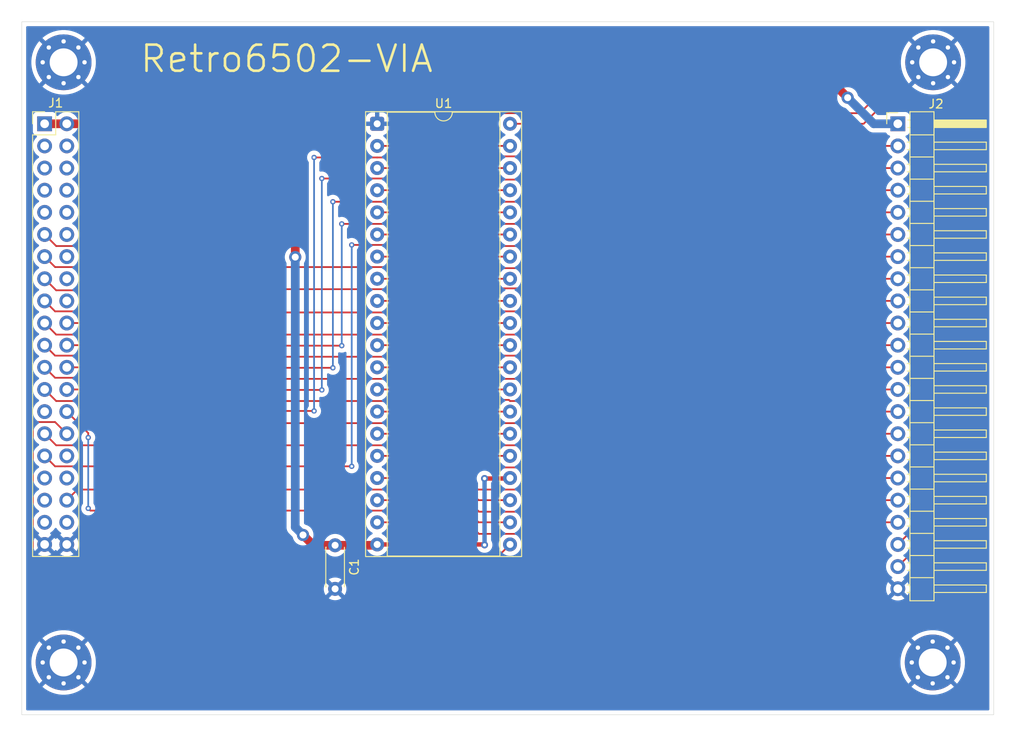
<source format=kicad_pcb>
(kicad_pcb (version 20241229) (generator "pcbnew") (generator_version "9.0")
  (layers (0 "F.Cu" signal) (2 "B.Cu" signal) (13 "F.Paste" user) (15 "B.Paste" user) (5 "F.SilkS" user "F.Silkscreen") (7 "B.SilkS" user "B.Silkscreen") (1 "F.Mask" user) (3 "B.Mask" user) (25 "Edge.Cuts" user))
  (net 0 "")
  (net 1 "VCC")
  (net 2 "/D7")
  (net 3 "/D6")
  (net 4 "/D5")
  (net 5 "/D4")
  (net 6 "/D3")
  (net 7 "/D2")
  (net 8 "/A2")
  (net 9 "/D1")
  (net 10 "/A1")
  (net 11 "/D0")
  (net 12 "/A0")
  (net 13 "/R{slash}~{W}")
  (net 14 "/~{IRQ}")
  (net 15 "/~{RESET}")
  (net 16 "/~{IOCS3}")
  (net 17 "/A3")
  (net 18 "GND")
  (net 19 "/1MHz")
  (net 39 "/PA2")
  (net 40 "/PB1")
  (net 41 "/PB6")
  (net 42 "/CA1")
  (net 43 "/PB7")
  (net 44 "/PA5")
  (net 45 "/CB1")
  (net 46 "/PA3")
  (net 47 "/PB3")
  (net 48 "/PB0")
  (net 49 "/PA7")
  (net 50 "/CB2")
  (net 51 "/PA0")
  (net 52 "/PA4")
  (net 53 "/PA1")
  (net 54 "/PB2")
  (net 55 "/CA2")
  (net 56 "/PB5")
  (net 57 "/PA6")
  (net 58 "/PB4")
  (footprint "MountingHole:MountingHole_3.2mm_M3_Pad_Via" (layer "F.Cu") (at 92.297056 64.647056)
    (property "Reference" "H1")
    (property "Value" "MountingHole_Pad")
    (pad "1" thru_hole circle (at -2.4 0) (size 0.8 0.8) (drill 0.5) (layers "*.Cu" "*.Mask") (net 18 "GND"))
    (pad "1" thru_hole circle (at -1.697056 -1.697056) (size 0.8 0.8) (drill 0.5) (layers "*.Cu" "*.Mask") (net 18 "GND"))
    (pad "1" thru_hole circle (at -1.697056 1.697056) (size 0.8 0.8) (drill 0.5) (layers "*.Cu" "*.Mask") (net 18 "GND"))
    (pad "1" thru_hole circle (at 0 -2.4) (size 0.8 0.8) (drill 0.5) (layers "*.Cu" "*.Mask") (net 18 "GND"))
    (pad "1" thru_hole circle (at 0 0) (size 6.4 6.4) (drill 3.2) (layers "*.Cu" "*.Mask") (net 18 "GND"))
    (pad "1" thru_hole circle (at 0 2.4) (size 0.8 0.8) (drill 0.5) (layers "*.Cu" "*.Mask") (net 18 "GND"))
    (pad "1" thru_hole circle (at 1.697056 -1.697056) (size 0.8 0.8) (drill 0.5) (layers "*.Cu" "*.Mask") (net 18 "GND"))
    (pad "1" thru_hole circle (at 1.697056 1.697056) (size 0.8 0.8) (drill 0.5) (layers "*.Cu" "*.Mask") (net 18 "GND"))
    (pad "1" thru_hole circle (at 2.4 0) (size 0.8 0.8) (drill 0.5) (layers "*.Cu" "*.Mask") (net 18 "GND"))
  )
  (footprint "Connector_PinHeader_2.54mm:PinHeader_2x20_P2.54mm_Vertical" (layer "F.Cu") (at 90.12 71.7)
    (property "Reference" "J1" (at 1.27 -2.38 0) (layer "F.SilkS"))
    (property "Value" "BUS")
    (pad "1" thru_hole rect (at 0 0) (size 1.7 1.7) (drill 1) (layers "*.Cu" "*.Mask") (net 1 "VCC"))
    (pad "2" thru_hole circle (at 2.54 0) (size 1.7 1.7) (drill 1) (layers "*.Cu" "*.Mask") (net 1 "VCC"))
    (pad "3" thru_hole circle (at 0 2.54) (size 1.7 1.7) (drill 1) (layers "*.Cu" "*.Mask"))
    (pad "4" thru_hole circle (at 2.54 2.54) (size 1.7 1.7) (drill 1) (layers "*.Cu" "*.Mask"))
    (pad "5" thru_hole circle (at 0 5.08) (size 1.7 1.7) (drill 1) (layers "*.Cu" "*.Mask"))
    (pad "6" thru_hole circle (at 2.54 5.08) (size 1.7 1.7) (drill 1) (layers "*.Cu" "*.Mask"))
    (pad "7" thru_hole circle (at 0 7.62) (size 1.7 1.7) (drill 1) (layers "*.Cu" "*.Mask"))
    (pad "8" thru_hole circle (at 2.54 7.62) (size 1.7 1.7) (drill 1) (layers "*.Cu" "*.Mask"))
    (pad "9" thru_hole circle (at 0 10.16) (size 1.7 1.7) (drill 1) (layers "*.Cu" "*.Mask"))
    (pad "10" thru_hole circle (at 2.54 10.16) (size 1.7 1.7) (drill 1) (layers "*.Cu" "*.Mask"))
    (pad "11" thru_hole circle (at 0 12.7) (size 1.7 1.7) (drill 1) (layers "*.Cu" "*.Mask") (net 2 "/D7"))
    (pad "12" thru_hole circle (at 2.54 12.7) (size 1.7 1.7) (drill 1) (layers "*.Cu" "*.Mask"))
    (pad "13" thru_hole circle (at 0 15.24) (size 1.7 1.7) (drill 1) (layers "*.Cu" "*.Mask") (net 3 "/D6"))
    (pad "14" thru_hole circle (at 2.54 15.24) (size 1.7 1.7) (drill 1) (layers "*.Cu" "*.Mask"))
    (pad "15" thru_hole circle (at 0 17.78) (size 1.7 1.7) (drill 1) (layers "*.Cu" "*.Mask") (net 4 "/D5"))
    (pad "16" thru_hole circle (at 2.54 17.78) (size 1.7 1.7) (drill 1) (layers "*.Cu" "*.Mask"))
    (pad "17" thru_hole circle (at 0 20.32) (size 1.7 1.7) (drill 1) (layers "*.Cu" "*.Mask") (net 5 "/D4"))
    (pad "18" thru_hole circle (at 2.54 20.32) (size 1.7 1.7) (drill 1) (layers "*.Cu" "*.Mask"))
    (pad "19" thru_hole circle (at 0 22.86) (size 1.7 1.7) (drill 1) (layers "*.Cu" "*.Mask") (net 6 "/D3"))
    (pad "20" thru_hole circle (at 2.54 22.86) (size 1.7 1.7) (drill 1) (layers "*.Cu" "*.Mask") (net 17 "/A3"))
    (pad "21" thru_hole circle (at 0 25.4) (size 1.7 1.7) (drill 1) (layers "*.Cu" "*.Mask") (net 7 "/D2"))
    (pad "22" thru_hole circle (at 2.54 25.4) (size 1.7 1.7) (drill 1) (layers "*.Cu" "*.Mask") (net 8 "/A2"))
    (pad "23" thru_hole circle (at 0 27.94) (size 1.7 1.7) (drill 1) (layers "*.Cu" "*.Mask") (net 9 "/D1"))
    (pad "24" thru_hole circle (at 2.54 27.94) (size 1.7 1.7) (drill 1) (layers "*.Cu" "*.Mask") (net 10 "/A1"))
    (pad "25" thru_hole circle (at 0 30.48) (size 1.7 1.7) (drill 1) (layers "*.Cu" "*.Mask") (net 11 "/D0"))
    (pad "26" thru_hole circle (at 2.54 30.48) (size 1.7 1.7) (drill 1) (layers "*.Cu" "*.Mask") (net 12 "/A0"))
    (pad "27" thru_hole circle (at 0 33.02) (size 1.7 1.7) (drill 1) (layers "*.Cu" "*.Mask"))
    (pad "28" thru_hole circle (at 2.54 33.02) (size 1.7 1.7) (drill 1) (layers "*.Cu" "*.Mask") (net 13 "/R{slash}~{W}"))
    (pad "29" thru_hole circle (at 0 35.56) (size 1.7 1.7) (drill 1) (layers "*.Cu" "*.Mask") (net 19 "/1MHz"))
    (pad "30" thru_hole circle (at 2.54 35.56) (size 1.7 1.7) (drill 1) (layers "*.Cu" "*.Mask") (net 14 "/~{IRQ}"))
    (pad "31" thru_hole circle (at 0 38.1) (size 1.7 1.7) (drill 1) (layers "*.Cu" "*.Mask") (net 15 "/~{RESET}"))
    (pad "32" thru_hole circle (at 2.54 38.1) (size 1.7 1.7) (drill 1) (layers "*.Cu" "*.Mask"))
    (pad "33" thru_hole circle (at 0 40.64) (size 1.7 1.7) (drill 1) (layers "*.Cu" "*.Mask"))
    (pad "34" thru_hole circle (at 2.54 40.64) (size 1.7 1.7) (drill 1) (layers "*.Cu" "*.Mask"))
    (pad "35" thru_hole circle (at 0 43.18) (size 1.7 1.7) (drill 1) (layers "*.Cu" "*.Mask"))
    (pad "36" thru_hole circle (at 2.54 43.18) (size 1.7 1.7) (drill 1) (layers "*.Cu" "*.Mask") (net 16 "/~{IOCS3}"))
    (pad "37" thru_hole circle (at 0 45.72) (size 1.7 1.7) (drill 1) (layers "*.Cu" "*.Mask"))
    (pad "38" thru_hole circle (at 2.54 45.72) (size 1.7 1.7) (drill 1) (layers "*.Cu" "*.Mask"))
    (pad "39" thru_hole circle (at 0 48.26) (size 1.7 1.7) (drill 1) (layers "*.Cu" "*.Mask") (net 18 "GND"))
    (pad "40" thru_hole circle (at 2.54 48.26) (size 1.7 1.7) (drill 1) (layers "*.Cu" "*.Mask") (net 18 "GND"))
  )
  (footprint "MountingHole:MountingHole_3.2mm_M3_Pad_Via" (layer "F.Cu") (at 192 133.5)
    (property "Reference" "H4")
    (property "Value" "MountingHole_Pad")
    (pad "1" thru_hole circle (at -2.4 0) (size 0.8 0.8) (drill 0.5) (layers "*.Cu" "*.Mask") (net 18 "GND"))
    (pad "1" thru_hole circle (at -1.697056 -1.697056) (size 0.8 0.8) (drill 0.5) (layers "*.Cu" "*.Mask") (net 18 "GND"))
    (pad "1" thru_hole circle (at -1.697056 1.697056) (size 0.8 0.8) (drill 0.5) (layers "*.Cu" "*.Mask") (net 18 "GND"))
    (pad "1" thru_hole circle (at 0 -2.4) (size 0.8 0.8) (drill 0.5) (layers "*.Cu" "*.Mask") (net 18 "GND"))
    (pad "1" thru_hole circle (at 0 0) (size 6.4 6.4) (drill 3.2) (layers "*.Cu" "*.Mask") (net 18 "GND"))
    (pad "1" thru_hole circle (at 0 2.4) (size 0.8 0.8) (drill 0.5) (layers "*.Cu" "*.Mask") (net 18 "GND"))
    (pad "1" thru_hole circle (at 1.697056 -1.697056) (size 0.8 0.8) (drill 0.5) (layers "*.Cu" "*.Mask") (net 18 "GND"))
    (pad "1" thru_hole circle (at 1.697056 1.697056) (size 0.8 0.8) (drill 0.5) (layers "*.Cu" "*.Mask") (net 18 "GND"))
    (pad "1" thru_hole circle (at 2.4 0) (size 0.8 0.8) (drill 0.5) (layers "*.Cu" "*.Mask") (net 18 "GND"))
  )
  (footprint "Connector_PinHeader_2.54mm:PinHeader_1x22_P2.54mm_Horizontal" (layer "F.Cu") (at 188 71.7)
    (property "Reference" "J2" (at 4.385 -2.27 0) (layer "F.SilkS"))
    (property "Value" "Conn_01x20")
    (pad "1" thru_hole rect (at 0 0) (size 1.7 1.7) (drill 1) (layers "*.Cu" "*.Mask") (net 1 "VCC"))
    (pad "2" thru_hole circle (at 0 2.54) (size 1.7 1.7) (drill 1) (layers "*.Cu" "*.Mask") (net 51 "/PA0"))
    (pad "3" thru_hole circle (at 0 5.08) (size 1.7 1.7) (drill 1) (layers "*.Cu" "*.Mask") (net 53 "/PA1"))
    (pad "4" thru_hole circle (at 0 7.62) (size 1.7 1.7) (drill 1) (layers "*.Cu" "*.Mask") (net 39 "/PA2"))
    (pad "5" thru_hole circle (at 0 10.16) (size 1.7 1.7) (drill 1) (layers "*.Cu" "*.Mask") (net 46 "/PA3"))
    (pad "6" thru_hole circle (at 0 12.7) (size 1.7 1.7) (drill 1) (layers "*.Cu" "*.Mask") (net 52 "/PA4"))
    (pad "7" thru_hole circle (at 0 15.24) (size 1.7 1.7) (drill 1) (layers "*.Cu" "*.Mask") (net 44 "/PA5"))
    (pad "8" thru_hole circle (at 0 17.78) (size 1.7 1.7) (drill 1) (layers "*.Cu" "*.Mask") (net 57 "/PA6"))
    (pad "9" thru_hole circle (at 0 20.32) (size 1.7 1.7) (drill 1) (layers "*.Cu" "*.Mask") (net 49 "/PA7"))
    (pad "10" thru_hole circle (at 0 22.86) (size 1.7 1.7) (drill 1) (layers "*.Cu" "*.Mask") (net 48 "/PB0"))
    (pad "11" thru_hole circle (at 0 25.4) (size 1.7 1.7) (drill 1) (layers "*.Cu" "*.Mask") (net 40 "/PB1"))
    (pad "12" thru_hole circle (at 0 27.94) (size 1.7 1.7) (drill 1) (layers "*.Cu" "*.Mask") (net 54 "/PB2"))
    (pad "13" thru_hole circle (at 0 30.48) (size 1.7 1.7) (drill 1) (layers "*.Cu" "*.Mask") (net 47 "/PB3"))
    (pad "14" thru_hole circle (at 0 33.02) (size 1.7 1.7) (drill 1) (layers "*.Cu" "*.Mask") (net 58 "/PB4"))
    (pad "15" thru_hole circle (at 0 35.56) (size 1.7 1.7) (drill 1) (layers "*.Cu" "*.Mask") (net 56 "/PB5"))
    (pad "16" thru_hole circle (at 0 38.1) (size 1.7 1.7) (drill 1) (layers "*.Cu" "*.Mask") (net 41 "/PB6"))
    (pad "17" thru_hole circle (at 0 40.64) (size 1.7 1.7) (drill 1) (layers "*.Cu" "*.Mask") (net 43 "/PB7"))
    (pad "18" thru_hole circle (at 0 43.18) (size 1.7 1.7) (drill 1) (layers "*.Cu" "*.Mask") (net 45 "/CB1"))
    (pad "19" thru_hole circle (at 0 45.72) (size 1.7 1.7) (drill 1) (layers "*.Cu" "*.Mask") (net 50 "/CB2"))
    (pad "20" thru_hole circle (at 0 48.26) (size 1.7 1.7) (drill 1) (layers "*.Cu" "*.Mask") (net 42 "/CA1"))
    (pad "21" thru_hole circle (at 0 50.8) (size 1.7 1.7) (drill 1) (layers "*.Cu" "*.Mask") (net 55 "/CA2"))
    (pad "22" thru_hole circle (at 0 53.34) (size 1.7 1.7) (drill 1) (layers "*.Cu" "*.Mask") (net 18 "GND"))
  )
  (footprint "Capacitor_THT:C_Disc_D4.3mm_W1.9mm_P5.00mm" (layer "F.Cu") (at 123.444 120.055 -90)
    (property "Reference" "C1" (at 2.5 -2.2 90) (layer "F.SilkS"))
    (property "Value" "100n")
    (pad "1" thru_hole circle (at 0 0 270) (size 1.6 1.6) (drill 0.8) (layers "*.Cu" "*.Mask") (net 1 "VCC"))
    (pad "2" thru_hole circle (at 5 0 270) (size 1.6 1.6) (drill 0.8) (layers "*.Cu" "*.Mask") (net 18 "GND"))
  )
  (footprint "MountingHole:MountingHole_3.2mm_M3_Pad_Via" (layer "F.Cu") (at 92.297056 133.5)
    (property "Reference" "H3")
    (property "Value" "MountingHole_Pad")
    (pad "1" thru_hole circle (at -2.4 0) (size 0.8 0.8) (drill 0.5) (layers "*.Cu" "*.Mask") (net 18 "GND"))
    (pad "1" thru_hole circle (at -1.697056 -1.697056) (size 0.8 0.8) (drill 0.5) (layers "*.Cu" "*.Mask") (net 18 "GND"))
    (pad "1" thru_hole circle (at -1.697056 1.697056) (size 0.8 0.8) (drill 0.5) (layers "*.Cu" "*.Mask") (net 18 "GND"))
    (pad "1" thru_hole circle (at 0 -2.4) (size 0.8 0.8) (drill 0.5) (layers "*.Cu" "*.Mask") (net 18 "GND"))
    (pad "1" thru_hole circle (at 0 0) (size 6.4 6.4) (drill 3.2) (layers "*.Cu" "*.Mask") (net 18 "GND"))
    (pad "1" thru_hole circle (at 0 2.4) (size 0.8 0.8) (drill 0.5) (layers "*.Cu" "*.Mask") (net 18 "GND"))
    (pad "1" thru_hole circle (at 1.697056 -1.697056) (size 0.8 0.8) (drill 0.5) (layers "*.Cu" "*.Mask") (net 18 "GND"))
    (pad "1" thru_hole circle (at 1.697056 1.697056) (size 0.8 0.8) (drill 0.5) (layers "*.Cu" "*.Mask") (net 18 "GND"))
    (pad "1" thru_hole circle (at 2.4 0) (size 0.8 0.8) (drill 0.5) (layers "*.Cu" "*.Mask") (net 18 "GND"))
  )
  (footprint "Package_DIP:DIP-40_W15.24mm_Socket" (layer "F.Cu") (at 128.27 71.7)
    (property "Reference" "U1" (at 7.62 -2.33 0) (layer "F.SilkS"))
    (property "Value" "6522")
    (pad "1" thru_hole roundrect (at 0 0) (size 1.6 1.6) (drill 0.8) (layers "*.Cu" "*.Mask") (roundrect_rratio 0.15625) (net 18 "GND"))
    (pad "2" thru_hole circle (at 0 2.54) (size 1.6 1.6) (drill 0.8) (layers "*.Cu" "*.Mask") (net 51 "/PA0"))
    (pad "3" thru_hole circle (at 0 5.08) (size 1.6 1.6) (drill 0.8) (layers "*.Cu" "*.Mask") (net 53 "/PA1"))
    (pad "4" thru_hole circle (at 0 7.62) (size 1.6 1.6) (drill 0.8) (layers "*.Cu" "*.Mask") (net 39 "/PA2"))
    (pad "5" thru_hole circle (at 0 10.16) (size 1.6 1.6) (drill 0.8) (layers "*.Cu" "*.Mask") (net 46 "/PA3"))
    (pad "6" thru_hole circle (at 0 12.7) (size 1.6 1.6) (drill 0.8) (layers "*.Cu" "*.Mask") (net 52 "/PA4"))
    (pad "7" thru_hole circle (at 0 15.24) (size 1.6 1.6) (drill 0.8) (layers "*.Cu" "*.Mask") (net 44 "/PA5"))
    (pad "8" thru_hole circle (at 0 17.78) (size 1.6 1.6) (drill 0.8) (layers "*.Cu" "*.Mask") (net 57 "/PA6"))
    (pad "9" thru_hole circle (at 0 20.32) (size 1.6 1.6) (drill 0.8) (layers "*.Cu" "*.Mask") (net 49 "/PA7"))
    (pad "10" thru_hole circle (at 0 22.86) (size 1.6 1.6) (drill 0.8) (layers "*.Cu" "*.Mask") (net 48 "/PB0"))
    (pad "11" thru_hole circle (at 0 25.4) (size 1.6 1.6) (drill 0.8) (layers "*.Cu" "*.Mask") (net 40 "/PB1"))
    (pad "12" thru_hole circle (at 0 27.94) (size 1.6 1.6) (drill 0.8) (layers "*.Cu" "*.Mask") (net 54 "/PB2"))
    (pad "13" thru_hole circle (at 0 30.48) (size 1.6 1.6) (drill 0.8) (layers "*.Cu" "*.Mask") (net 47 "/PB3"))
    (pad "14" thru_hole circle (at 0 33.02) (size 1.6 1.6) (drill 0.8) (layers "*.Cu" "*.Mask") (net 58 "/PB4"))
    (pad "15" thru_hole circle (at 0 35.56) (size 1.6 1.6) (drill 0.8) (layers "*.Cu" "*.Mask") (net 56 "/PB5"))
    (pad "16" thru_hole circle (at 0 38.1) (size 1.6 1.6) (drill 0.8) (layers "*.Cu" "*.Mask") (net 41 "/PB6"))
    (pad "17" thru_hole circle (at 0 40.64) (size 1.6 1.6) (drill 0.8) (layers "*.Cu" "*.Mask") (net 43 "/PB7"))
    (pad "18" thru_hole circle (at 0 43.18) (size 1.6 1.6) (drill 0.8) (layers "*.Cu" "*.Mask") (net 45 "/CB1"))
    (pad "19" thru_hole circle (at 0 45.72) (size 1.6 1.6) (drill 0.8) (layers "*.Cu" "*.Mask") (net 50 "/CB2"))
    (pad "20" thru_hole circle (at 0 48.26) (size 1.6 1.6) (drill 0.8) (layers "*.Cu" "*.Mask") (net 1 "VCC"))
    (pad "21" thru_hole circle (at 15.24 48.26) (size 1.6 1.6) (drill 0.8) (layers "*.Cu" "*.Mask") (net 14 "/~{IRQ}"))
    (pad "22" thru_hole circle (at 15.24 45.72) (size 1.6 1.6) (drill 0.8) (layers "*.Cu" "*.Mask") (net 13 "/R{slash}~{W}"))
    (pad "23" thru_hole circle (at 15.24 43.18) (size 1.6 1.6) (drill 0.8) (layers "*.Cu" "*.Mask") (net 16 "/~{IOCS3}"))
    (pad "24" thru_hole circle (at 15.24 40.64) (size 1.6 1.6) (drill 0.8) (layers "*.Cu" "*.Mask") (net 1 "VCC"))
    (pad "25" thru_hole circle (at 15.24 38.1) (size 1.6 1.6) (drill 0.8) (layers "*.Cu" "*.Mask") (net 19 "/1MHz"))
    (pad "26" thru_hole circle (at 15.24 35.56) (size 1.6 1.6) (drill 0.8) (layers "*.Cu" "*.Mask") (net 11 "/D0"))
    (pad "27" thru_hole circle (at 15.24 33.02) (size 1.6 1.6) (drill 0.8) (layers "*.Cu" "*.Mask") (net 9 "/D1"))
    (pad "28" thru_hole circle (at 15.24 30.48) (size 1.6 1.6) (drill 0.8) (layers "*.Cu" "*.Mask") (net 7 "/D2"))
    (pad "29" thru_hole circle (at 15.24 27.94) (size 1.6 1.6) (drill 0.8) (layers "*.Cu" "*.Mask") (net 6 "/D3"))
    (pad "30" thru_hole circle (at 15.24 25.4) (size 1.6 1.6) (drill 0.8) (layers "*.Cu" "*.Mask") (net 5 "/D4"))
    (pad "31" thru_hole circle (at 15.24 22.86) (size 1.6 1.6) (drill 0.8) (layers "*.Cu" "*.Mask") (net 4 "/D5"))
    (pad "32" thru_hole circle (at 15.24 20.32) (size 1.6 1.6) (drill 0.8) (layers "*.Cu" "*.Mask") (net 3 "/D6"))
    (pad "33" thru_hole circle (at 15.24 17.78) (size 1.6 1.6) (drill 0.8) (layers "*.Cu" "*.Mask") (net 2 "/D7"))
    (pad "34" thru_hole circle (at 15.24 15.24) (size 1.6 1.6) (drill 0.8) (layers "*.Cu" "*.Mask") (net 15 "/~{RESET}"))
    (pad "35" thru_hole circle (at 15.24 12.7) (size 1.6 1.6) (drill 0.8) (layers "*.Cu" "*.Mask") (net 17 "/A3"))
    (pad "36" thru_hole circle (at 15.24 10.16) (size 1.6 1.6) (drill 0.8) (layers "*.Cu" "*.Mask") (net 8 "/A2"))
    (pad "37" thru_hole circle (at 15.24 7.62) (size 1.6 1.6) (drill 0.8) (layers "*.Cu" "*.Mask") (net 10 "/A1"))
    (pad "38" thru_hole circle (at 15.24 5.08) (size 1.6 1.6) (drill 0.8) (layers "*.Cu" "*.Mask") (net 12 "/A0"))
    (pad "39" thru_hole circle (at 15.24 2.54) (size 1.6 1.6) (drill 0.8) (layers "*.Cu" "*.Mask") (net 55 "/CA2"))
    (pad "40" thru_hole circle (at 15.24 0) (size 1.6 1.6) (drill 0.8) (layers "*.Cu" "*.Mask") (net 42 "/CA1"))
  )
  (footprint "MountingHole:MountingHole_3.2mm_M3_Pad_Via" (layer "F.Cu") (at 192.05 64.647056)
    (property "Reference" "H2")
    (property "Value" "MountingHole_Pad")
    (pad "1" thru_hole circle (at -2.4 0) (size 0.8 0.8) (drill 0.5) (layers "*.Cu" "*.Mask") (net 18 "GND"))
    (pad "1" thru_hole circle (at -1.697056 -1.697056) (size 0.8 0.8) (drill 0.5) (layers "*.Cu" "*.Mask") (net 18 "GND"))
    (pad "1" thru_hole circle (at -1.697056 1.697056) (size 0.8 0.8) (drill 0.5) (layers "*.Cu" "*.Mask") (net 18 "GND"))
    (pad "1" thru_hole circle (at 0 -2.4) (size 0.8 0.8) (drill 0.5) (layers "*.Cu" "*.Mask") (net 18 "GND"))
    (pad "1" thru_hole circle (at 0 0) (size 6.4 6.4) (drill 3.2) (layers "*.Cu" "*.Mask") (net 18 "GND"))
    (pad "1" thru_hole circle (at 0 2.4) (size 0.8 0.8) (drill 0.5) (layers "*.Cu" "*.Mask") (net 18 "GND"))
    (pad "1" thru_hole circle (at 1.697056 -1.697056) (size 0.8 0.8) (drill 0.5) (layers "*.Cu" "*.Mask") (net 18 "GND"))
    (pad "1" thru_hole circle (at 1.697056 1.697056) (size 0.8 0.8) (drill 0.5) (layers "*.Cu" "*.Mask") (net 18 "GND"))
    (pad "1" thru_hole circle (at 2.4 0) (size 0.8 0.8) (drill 0.5) (layers "*.Cu" "*.Mask") (net 18 "GND"))
  )
  (gr_rect (start 87.5 60) (end 199 139.5) (stroke (width 0.05)) (fill no) (layer "Edge.Cuts"))
  (gr_text "Retro6502-VIA\n" (at 100.9 66 0) (layer "F.SilkS") (effects (font (size 3 3) (thickness 0.3)) (justify left bottom)))
  (segment (start 128.27 119.96) (end 140.534 119.96) (width 0.5) (layer "F.Cu") (net 1))
  (segment (start 181.229 67.691) (end 182.245 68.707) (width 1) (layer "F.Cu") (net 1))
  (segment (start 114.935 71.755) (end 118.872 75.692) (width 1) (layer "F.Cu") (net 1))
  (segment (start 143.455 112.395) (end 143.51 112.34) (width 0.5) (layer "F.Cu") (net 1))
  (segment (start 119.761 118.872) (end 120.944 120.055) (width 1) (layer "F.Cu") (net 1))
  (segment (start 118.999 67.691) (end 144.399 67.691) (width 1) (layer "F.Cu") (net 1))
  (segment (start 114.935 71.755) (end 118.999 67.691) (width 1) (layer "F.Cu") (net 1))
  (segment (start 128.175 120.055) (end 128.27 119.96) (width 0.5) (layer "F.Cu") (net 1))
  (segment (start 140.534 119.96) (end 140.589 120.015) (width 0.5) (layer "F.Cu") (net 1))
  (segment (start 120.944 120.055) (end 123.444 120.055) (width 1) (layer "F.Cu") (net 1))
  (segment (start 144.399 67.691) (end 181.229 67.691) (width 1) (layer "F.Cu") (net 1))
  (segment (start 90.12 71.7) (end 92.66 71.7) (width 1) (layer "F.Cu") (net 1))
  (segment (start 114.88 71.7) (end 114.935 71.755) (width 1) (layer "F.Cu") (net 1))
  (segment (start 140.589 112.395) (end 143.455 112.395) (width 0.5) (layer "F.Cu") (net 1))
  (segment (start 123.444 120.055) (end 128.175 120.055) (width 1) (layer "F.Cu") (net 1))
  (segment (start 118.872 75.692) (end 118.872 86.995) (width 1) (layer "F.Cu") (net 1))
  (segment (start 92.66 71.7) (end 114.88 71.7) (width 1) (layer "F.Cu") (net 1))
  (via (at 119.761 118.872) (size 1.4) (drill 0.8) (layers "F.Cu" "B.Cu") (net 1))
  (via (at 118.872 86.995) (size 1.4) (drill 0.8) (layers "F.Cu" "B.Cu") (net 1))
  (via (at 140.589 112.395) (size 0.8) (drill 0.4) (layers "F.Cu" "B.Cu") (net 1))
  (via (at 140.589 120.015) (size 0.8) (drill 0.4) (layers "F.Cu" "B.Cu") (net 1))
  (via (at 182.245 68.707) (size 1.4) (drill 0.8) (layers "F.Cu" "B.Cu") (net 1))
  (segment (start 185.238 71.7) (end 188 71.7) (width 1) (layer "B.Cu") (net 1))
  (segment (start 118.872 117.983) (end 119.761 118.872) (width 1) (layer "B.Cu") (net 1))
  (segment (start 140.589 120.015) (end 140.589 112.395) (width 0.5) (layer "B.Cu") (net 1))
  (segment (start 118.872 86.995) (end 118.872 117.983) (width 1) (layer "B.Cu") (net 1))
  (segment (start 182.245 68.707) (end 185.238 71.7) (width 1) (layer "B.Cu") (net 1))
  (segment (start 143.51 89.48) (end 140.026 89.48) (width 0.2) (layer "F.Cu") (net 2))
  (segment (start 100.33 85.725) (end 91.445 85.725) (width 0.2) (layer "F.Cu") (net 2))
  (segment (start 102.743 88.138) (end 100.33 85.725) (width 0.2) (layer "F.Cu") (net 2))
  (segment (start 138.684 88.138) (end 102.743 88.138) (width 0.2) (layer "F.Cu") (net 2))
  (segment (start 140.026 89.48) (end 138.684 88.138) (width 0.2) (layer "F.Cu") (net 2))
  (segment (start 91.445 85.725) (end 90.12 84.4) (width 0.2) (layer "F.Cu") (net 2))
  (segment (start 140.153 92.02) (end 143.51 92.02) (width 0.2) (layer "F.Cu") (net 3))
  (segment (start 138.811 90.678) (end 140.153 92.02) (width 0.2) (layer "F.Cu") (net 3))
  (segment (start 90.12 86.94) (end 91.318 88.138) (width 0.2) (layer "F.Cu") (net 3))
  (segment (start 102.235 90.678) (end 138.811 90.678) (width 0.2) (layer "F.Cu") (net 3))
  (segment (start 99.695 88.138) (end 102.235 90.678) (width 0.2) (layer "F.Cu") (net 3))
  (segment (start 91.318 88.138) (end 99.695 88.138) (width 0.2) (layer "F.Cu") (net 3))
  (segment (start 143.51 94.56) (end 140.28 94.56) (width 0.2) (layer "F.Cu") (net 4))
  (segment (start 140.28 94.56) (end 139.065 93.345) (width 0.2) (layer "F.Cu") (net 4))
  (segment (start 99.568 90.805) (end 91.445 90.805) (width 0.2) (layer "F.Cu") (net 4))
  (segment (start 91.445 90.805) (end 90.12 89.48) (width 0.2) (layer "F.Cu") (net 4))
  (segment (start 102.108 93.345) (end 99.568 90.805) (width 0.2) (layer "F.Cu") (net 4))
  (segment (start 139.065 93.345) (end 102.108 93.345) (width 0.2) (layer "F.Cu") (net 4))
  (segment (start 91.318 93.218) (end 99.568 93.218) (width 0.2) (layer "F.Cu") (net 5))
  (segment (start 140.335 97.155) (end 140.39 97.1) (width 0.2) (layer "F.Cu") (net 5))
  (segment (start 102.235 95.885) (end 139.065 95.885) (width 0.2) (layer "F.Cu") (net 5))
  (segment (start 140.39 97.1) (end 143.51 97.1) (width 0.2) (layer "F.Cu") (net 5))
  (segment (start 90.12 92.02) (end 91.318 93.218) (width 0.2) (layer "F.Cu") (net 5))
  (segment (start 139.065 95.885) (end 140.335 97.155) (width 0.2) (layer "F.Cu") (net 5))
  (segment (start 99.568 93.218) (end 102.235 95.885) (width 0.2) (layer "F.Cu") (net 5))
  (segment (start 101.854 98.425) (end 99.314 95.885) (width 0.2) (layer "F.Cu") (net 6))
  (segment (start 139.772 99.64) (end 138.557 98.425) (width 0.2) (layer "F.Cu") (net 6))
  (segment (start 99.314 95.885) (end 91.445 95.885) (width 0.2) (layer "F.Cu") (net 6))
  (segment (start 143.51 99.64) (end 139.772 99.64) (width 0.2) (layer "F.Cu") (net 6))
  (segment (start 138.557 98.425) (end 101.854 98.425) (width 0.2) (layer "F.Cu") (net 6))
  (segment (start 91.445 95.885) (end 90.12 94.56) (width 0.2) (layer "F.Cu") (net 6))
  (segment (start 140.026 102.18) (end 143.51 102.18) (width 0.2) (layer "F.Cu") (net 7))
  (segment (start 99.441 98.298) (end 102.108 100.965) (width 0.2) (layer "F.Cu") (net 7))
  (segment (start 91.318 98.298) (end 99.441 98.298) (width 0.2) (layer "F.Cu") (net 7))
  (segment (start 90.12 97.1) (end 91.318 98.298) (width 0.2) (layer "F.Cu") (net 7))
  (segment (start 138.811 100.965) (end 140.026 102.18) (width 0.2) (layer "F.Cu") (net 7))
  (segment (start 102.108 100.965) (end 138.811 100.965) (width 0.2) (layer "F.Cu") (net 7))
  (segment (start 138.43 80.645) (end 128.143 80.645) (width 0.2) (layer "F.Cu") (net 8))
  (segment (start 138.684 80.899) (end 138.43 80.645) (width 0.2) (layer "F.Cu") (net 8))
  (segment (start 128.143 80.645) (end 123.19 80.645) (width 0.2) (layer "F.Cu") (net 8))
  (segment (start 123.19 99.695) (end 101.981 99.695) (width 0.2) (layer "F.Cu") (net 8))
  (segment (start 101.981 99.695) (end 99.386 97.1) (width 0.2) (layer "F.Cu") (net 8))
  (segment (start 143.51 81.86) (end 139.645 81.86) (width 0.2) (layer "F.Cu") (net 8))
  (segment (start 139.645 81.86) (end 138.684 80.899) (width 0.2) (layer "F.Cu") (net 8))
  (segment (start 99.386 97.1) (end 92.66 97.1) (width 0.2) (layer "F.Cu") (net 8))
  (via (at 123.19 80.645) (size 0.6) (drill 0.3) (layers "F.Cu" "B.Cu") (net 8))
  (via (at 123.19 99.695) (size 0.6) (drill 0.3) (layers "F.Cu" "B.Cu") (net 8))
  (segment (start 123.19 80.645) (end 123.19 99.695) (width 0.2) (layer "B.Cu") (net 8))
  (segment (start 139.772 104.72) (end 138.557 103.505) (width 0.2) (layer "F.Cu") (net 9))
  (segment (start 91.318 100.838) (end 90.12 99.64) (width 0.2) (layer "F.Cu") (net 9))
  (segment (start 99.06 100.838) (end 91.318 100.838) (width 0.2) (layer "F.Cu") (net 9))
  (segment (start 101.727 103.505) (end 99.06 100.838) (width 0.2) (layer "F.Cu") (net 9))
  (segment (start 138.557 103.505) (end 101.727 103.505) (width 0.2) (layer "F.Cu") (net 9))
  (segment (start 143.51 104.72) (end 139.772 104.72) (width 0.2) (layer "F.Cu") (net 9))
  (segment (start 99.386 99.64) (end 100.711 100.965) (width 0.2) (layer "F.Cu") (net 10))
  (segment (start 139.899 79.32) (end 143.51 79.32) (width 0.2) (layer "F.Cu") (net 10))
  (segment (start 100.711 100.965) (end 101.981 102.235) (width 0.2) (layer "F.Cu") (net 10))
  (segment (start 121.92 77.978) (end 138.557 77.978) (width 0.2) (layer "F.Cu") (net 10))
  (segment (start 138.557 77.978) (end 139.899 79.32) (width 0.2) (layer "F.Cu") (net 10))
  (segment (start 92.66 99.64) (end 99.386 99.64) (width 0.2) (layer "F.Cu") (net 10))
  (segment (start 101.981 102.235) (end 121.92 102.235) (width 0.2) (layer "F.Cu") (net 10))
  (via (at 121.92 77.978) (size 0.6) (drill 0.3) (layers "F.Cu" "B.Cu") (net 10))
  (via (at 121.92 102.235) (size 0.6) (drill 0.3) (layers "F.Cu" "B.Cu") (net 10))
  (segment (start 121.92 102.235) (end 121.92 77.978) (width 0.2) (layer "B.Cu") (net 10))
  (segment (start 138.684 106.045) (end 139.899 107.26) (width 0.2) (layer "F.Cu") (net 11))
  (segment (start 90.12 102.18) (end 91.445 103.505) (width 0.2) (layer "F.Cu") (net 11))
  (segment (start 91.445 103.505) (end 99.06 103.505) (width 0.2) (layer "F.Cu") (net 11))
  (segment (start 101.6 106.045) (end 138.684 106.045) (width 0.2) (layer "F.Cu") (net 11))
  (segment (start 99.06 103.505) (end 101.6 106.045) (width 0.2) (layer "F.Cu") (net 11))
  (segment (start 139.899 107.26) (end 143.51 107.26) (width 0.2) (layer "F.Cu") (net 11))
  (segment (start 139.319 75.946) (end 138.938 75.565) (width 0.2) (layer "F.Cu") (net 12))
  (segment (start 138.938 75.565) (end 128.27 75.565) (width 0.2) (layer "F.Cu") (net 12))
  (segment (start 99.005 102.18) (end 92.66 102.18) (width 0.2) (layer "F.Cu") (net 12))
  (segment (start 128.27 75.565) (end 121.031 75.565) (width 0.2) (layer "F.Cu") (net 12))
  (segment (start 140.153 76.78) (end 139.319 75.946) (width 0.2) (layer "F.Cu") (net 12))
  (segment (start 121.031 104.648) (end 101.473 104.648) (width 0.2) (layer "F.Cu") (net 12))
  (segment (start 143.51 76.78) (end 140.153 76.78) (width 0.2) (layer "F.Cu") (net 12))
  (segment (start 101.473 104.648) (end 99.005 102.18) (width 0.2) (layer "F.Cu") (net 12))
  (via (at 121.031 75.565) (size 0.6) (drill 0.3) (layers "F.Cu" "B.Cu") (net 12))
  (via (at 121.031 104.648) (size 0.6) (drill 0.3) (layers "F.Cu" "B.Cu") (net 12))
  (segment (start 121.031 75.565) (end 121.031 104.648) (width 0.2) (layer "B.Cu") (net 12))
  (segment (start 95.123 107.183) (end 95.123 107.696) (width 0.2) (layer "F.Cu") (net 13))
  (segment (start 138.557 116.078) (end 139.899 117.42) (width 0.2) (layer "F.Cu") (net 13))
  (segment (start 139.899 117.42) (end 143.51 117.42) (width 0.2) (layer "F.Cu") (net 13))
  (segment (start 92.66 104.72) (end 95.123 107.183) (width 0.2) (layer "F.Cu") (net 13))
  (segment (start 95.123 115.824) (end 95.377 116.078) (width 0.2) (layer "F.Cu") (net 13))
  (segment (start 95.377 116.078) (end 138.557 116.078) (width 0.2) (layer "F.Cu") (net 13))
  (via (at 95.123 107.696) (size 0.6) (drill 0.3) (layers "F.Cu" "B.Cu") (net 13))
  (via (at 95.123 115.824) (size 0.6) (drill 0.3) (layers "F.Cu" "B.Cu") (net 13))
  (segment (start 95.123 107.696) (end 95.123 115.824) (width 0.2) (layer "B.Cu") (net 13))
  (segment (start 92.66 107.26) (end 91.318 105.918) (width 0.2) (layer "F.Cu") (net 14))
  (segment (start 141.423 122.047) (end 143.51 119.96) (width 0.2) (layer "F.Cu") (net 14))
  (segment (start 88.773 106.553) (end 88.773 121.666) (width 0.2) (layer "F.Cu") (net 14))
  (segment (start 89.408 105.918) (end 88.773 106.553) (width 0.2) (layer "F.Cu") (net 14))
  (segment (start 91.318 105.918) (end 89.408 105.918) (width 0.2) (layer "F.Cu") (net 14))
  (segment (start 89.154 122.047) (end 141.423 122.047) (width 0.2) (layer "F.Cu") (net 14))
  (segment (start 88.773 121.666) (end 89.154 122.047) (width 0.2) (layer "F.Cu") (net 14))
  (segment (start 90.12 109.8) (end 91.318 110.998) (width 0.2) (layer "F.Cu") (net 15))
  (segment (start 138.557 85.598) (end 139.899 86.94) (width 0.2) (layer "F.Cu") (net 15))
  (segment (start 125.349 85.598) (end 138.557 85.598) (width 0.2) (layer "F.Cu") (net 15))
  (segment (start 91.318 110.998) (end 92.456 110.998) (width 0.2) (layer "F.Cu") (net 15))
  (segment (start 139.899 86.94) (end 143.51 86.94) (width 0.2) (layer "F.Cu") (net 15))
  (segment (start 92.456 110.998) (end 125.349 110.998) (width 0.2) (layer "F.Cu") (net 15))
  (via (at 125.349 110.998) (size 0.6) (drill 0.3) (layers "F.Cu" "B.Cu") (net 15))
  (via (at 125.349 85.598) (size 0.6) (drill 0.3) (layers "F.Cu" "B.Cu") (net 15))
  (segment (start 125.349 110.998) (end 125.349 85.598) (width 0.2) (layer "B.Cu") (net 15))
  (segment (start 143.51 114.88) (end 139.899 114.88) (width 0.2) (layer "F.Cu") (net 16))
  (segment (start 139.899 114.88) (end 138.684 113.665) (width 0.2) (layer "F.Cu") (net 16))
  (segment (start 93.875 113.665) (end 92.66 114.88) (width 0.2) (layer "F.Cu") (net 16))
  (segment (start 138.684 113.665) (end 93.875 113.665) (width 0.2) (layer "F.Cu") (net 16))
  (segment (start 139.772 84.4) (end 143.51 84.4) (width 0.2) (layer "F.Cu") (net 17))
  (segment (start 124.206 83.185) (end 138.557 83.185) (width 0.2) (layer "F.Cu") (net 17))
  (segment (start 100.838 95.885) (end 102.108 97.155) (width 0.2) (layer "F.Cu") (net 17))
  (segment (start 138.557 83.185) (end 139.772 84.4) (width 0.2) (layer "F.Cu") (net 17))
  (segment (start 99.513 94.56) (end 100.838 95.885) (width 0.2) (layer "F.Cu") (net 17))
  (segment (start 102.108 97.155) (end 124.206 97.155) (width 0.2) (layer "F.Cu") (net 17))
  (segment (start 92.66 94.56) (end 99.513 94.56) (width 0.2) (layer "F.Cu") (net 17))
  (via (at 124.206 83.185) (size 0.6) (drill 0.3) (layers "F.Cu" "B.Cu") (net 17))
  (via (at 124.206 97.155) (size 0.6) (drill 0.3) (layers "F.Cu" "B.Cu") (net 17))
  (segment (start 124.206 97.155) (end 124.206 83.185) (width 0.2) (layer "B.Cu") (net 17))
  (segment (start 138.43 108.585) (end 91.445 108.585) (width 0.2) (layer "F.Cu") (net 19))
  (segment (start 139.645 109.8) (end 138.43 108.585) (width 0.2) (layer "F.Cu") (net 19))
  (segment (start 143.51 109.8) (end 139.645 109.8) (width 0.2) (layer "F.Cu") (net 19))
  (segment (start 91.445 108.585) (end 90.12 107.26) (width 0.2) (layer "F.Cu") (net 19))
  (segment (start 146.685 80.645) (end 148.01 79.32) (width 0.2) (layer "F.Cu") (net 39))
  (segment (start 138.502 79.32) (end 139.827 80.645) (width 0.2) (layer "F.Cu") (net 39))
  (segment (start 128.27 79.32) (end 138.502 79.32) (width 0.2) (layer "F.Cu") (net 39))
  (segment (start 148.01 79.32) (end 188 79.32) (width 0.2) (layer "F.Cu") (net 39))
  (segment (start 139.827 80.645) (end 146.685 80.645) (width 0.2) (layer "F.Cu") (net 39))
  (segment (start 148.645 97.1) (end 188 97.1) (width 0.2) (layer "F.Cu") (net 40))
  (segment (start 138.883 97.1) (end 140.081 98.298) (width 0.2) (layer "F.Cu") (net 40))
  (segment (start 140.081 98.298) (end 147.447 98.298) (width 0.2) (layer "F.Cu") (net 40))
  (segment (start 147.447 98.298) (end 148.645 97.1) (width 0.2) (layer "F.Cu") (net 40))
  (segment (start 128.27 97.1) (end 138.883 97.1) (width 0.2) (layer "F.Cu") (net 40))
  (segment (start 139.954 111.125) (end 148.209 111.125) (width 0.2) (layer "F.Cu") (net 41))
  (segment (start 148.209 111.125) (end 149.534 109.8) (width 0.2) (layer "F.Cu") (net 41))
  (segment (start 128.27 109.8) (end 138.629 109.8) (width 0.2) (layer "F.Cu") (net 41))
  (segment (start 138.629 109.8) (end 139.954 111.125) (width 0.2) (layer "F.Cu") (net 41))
  (segment (start 149.534 109.8) (end 188 109.8) (width 0.2) (layer "F.Cu") (net 41))
  (segment (start 188 119.96) (end 190.119 117.841) (width 0.2) (layer "F.Cu") (net 42))
  (segment (start 185.801 69.977) (end 184.078 71.7) (width 0.2) (layer "F.Cu") (net 42))
  (segment (start 184.078 71.7) (end 143.51 71.7) (width 0.2) (layer "F.Cu") (net 42))
  (segment (start 190.119 117.841) (end 190.119 70.739) (width 0.2) (layer "F.Cu") (net 42))
  (segment (start 190.119 70.739) (end 189.357 69.977) (width 0.2) (layer "F.Cu") (net 42))
  (segment (start 189.357 69.977) (end 185.801 69.977) (width 0.2) (layer "F.Cu") (net 42))
  (segment (start 149.534 112.34) (end 188 112.34) (width 0.2) (layer "F.Cu") (net 43))
  (segment (start 139.827 113.665) (end 148.209 113.665) (width 0.2) (layer "F.Cu") (net 43))
  (segment (start 138.502 112.34) (end 139.827 113.665) (width 0.2) (layer "F.Cu") (net 43))
  (segment (start 148.209 113.665) (end 149.534 112.34) (width 0.2) (layer "F.Cu") (net 43))
  (segment (start 128.27 112.34) (end 138.502 112.34) (width 0.2) (layer "F.Cu") (net 43))
  (segment (start 128.27 86.94) (end 138.756 86.94) (width 0.2) (layer "F.Cu") (net 44))
  (segment (start 138.756 86.94) (end 140.081 88.265) (width 0.2) (layer "F.Cu") (net 44))
  (segment (start 148.264 86.94) (end 188 86.94) (width 0.2) (layer "F.Cu") (net 44))
  (segment (start 140.081 88.265) (end 146.939 88.265) (width 0.2) (layer "F.Cu") (net 44))
  (segment (start 146.939 88.265) (end 148.264 86.94) (width 0.2) (layer "F.Cu") (net 44))
  (segment (start 138.629 114.88) (end 139.954 116.205) (width 0.2) (layer "F.Cu") (net 45))
  (segment (start 150.169 114.88) (end 188 114.88) (width 0.2) (layer "F.Cu") (net 45))
  (segment (start 148.844 116.205) (end 150.169 114.88) (width 0.2) (layer "F.Cu") (net 45))
  (segment (start 139.954 116.205) (end 148.844 116.205) (width 0.2) (layer "F.Cu") (net 45))
  (segment (start 128.27 114.88) (end 138.629 114.88) (width 0.2) (layer "F.Cu") (net 45))
  (segment (start 139.827 83.185) (end 146.812 83.185) (width 0.2) (layer "F.Cu") (net 46))
  (segment (start 138.502 81.86) (end 139.827 83.185) (width 0.2) (layer "F.Cu") (net 46))
  (segment (start 148.137 81.86) (end 188 81.86) (width 0.2) (layer "F.Cu") (net 46))
  (segment (start 146.812 83.185) (end 148.137 81.86) (width 0.2) (layer "F.Cu") (net 46))
  (segment (start 128.27 81.86) (end 138.502 81.86) (width 0.2) (layer "F.Cu") (net 46))
  (segment (start 143.383 103.378) (end 143.51 103.505) (width 0.2) (layer "F.Cu") (net 47))
  (segment (start 138.502 102.18) (end 139.7 103.378) (width 0.2) (layer "F.Cu") (net 47))
  (segment (start 139.7 103.378) (end 143.383 103.378) (width 0.2) (layer "F.Cu") (net 47))
  (segment (start 147.955 103.505) (end 149.28 102.18) (width 0.2) (layer "F.Cu") (net 47))
  (segment (start 128.27 102.18) (end 138.502 102.18) (width 0.2) (layer "F.Cu") (net 47))
  (segment (start 149.28 102.18) (end 188 102.18) (width 0.2) (layer "F.Cu") (net 47))
  (segment (start 143.51 103.505) (end 147.955 103.505) (width 0.2) (layer "F.Cu") (net 47))
  (segment (start 147.32 95.885) (end 148.645 94.56) (width 0.2) (layer "F.Cu") (net 48))
  (segment (start 139.137 94.56) (end 140.462 95.885) (width 0.2) (layer "F.Cu") (net 48))
  (segment (start 140.462 95.885) (end 147.32 95.885) (width 0.2) (layer "F.Cu") (net 48))
  (segment (start 128.27 94.56) (end 139.137 94.56) (width 0.2) (layer "F.Cu") (net 48))
  (segment (start 148.645 94.56) (end 188 94.56) (width 0.2) (layer "F.Cu") (net 48))
  (segment (start 148.264 92.02) (end 188 92.02) (width 0.2) (layer "F.Cu") (net 49))
  (segment (start 128.27 92.02) (end 139.01 92.02) (width 0.2) (layer "F.Cu") (net 49))
  (segment (start 140.208 93.218) (end 147.066 93.218) (width 0.2) (layer "F.Cu") (net 49))
  (segment (start 139.01 92.02) (end 140.208 93.218) (width 0.2) (layer "F.Cu") (net 49))
  (segment (start 147.066 93.218) (end 148.264 92.02) (width 0.2) (layer "F.Cu") (net 49))
  (segment (start 148.971 118.745) (end 150.296 117.42) (width 0.2) (layer "F.Cu") (net 50))
  (segment (start 150.296 117.42) (end 188 117.42) (width 0.2) (layer "F.Cu") (net 50))
  (segment (start 138.629 117.42) (end 139.954 118.745) (width 0.2) (layer "F.Cu") (net 50))
  (segment (start 139.954 118.745) (end 148.971 118.745) (width 0.2) (layer "F.Cu") (net 50))
  (segment (start 128.27 117.42) (end 138.629 117.42) (width 0.2) (layer "F.Cu") (net 50))
  (segment (start 128.27 74.24) (end 138.883 74.24) (width 0.2) (layer "F.Cu") (net 51))
  (segment (start 146.558 75.438) (end 147.756 74.24) (width 0.2) (layer "F.Cu") (net 51))
  (segment (start 147.756 74.24) (end 188 74.24) (width 0.2) (layer "F.Cu") (net 51))
  (segment (start 138.883 74.24) (end 140.081 75.438) (width 0.2) (layer "F.Cu") (net 51))
  (segment (start 140.081 75.438) (end 146.558 75.438) (width 0.2) (layer "F.Cu") (net 51))
  (segment (start 128.27 84.4) (end 138.629 84.4) (width 0.2) (layer "F.Cu") (net 52))
  (segment (start 139.954 85.725) (end 146.812 85.725) (width 0.2) (layer "F.Cu") (net 52))
  (segment (start 148.137 84.4) (end 188 84.4) (width 0.2) (layer "F.Cu") (net 52))
  (segment (start 138.629 84.4) (end 139.954 85.725) (width 0.2) (layer "F.Cu") (net 52))
  (segment (start 146.812 85.725) (end 148.137 84.4) (width 0.2) (layer "F.Cu") (net 52))
  (segment (start 128.27 76.78) (end 138.756 76.78) (width 0.2) (layer "F.Cu") (net 53))
  (segment (start 146.685 78.105) (end 148.01 76.78) (width 0.2) (layer "F.Cu") (net 53))
  (segment (start 148.01 76.78) (end 188 76.78) (width 0.2) (layer "F.Cu") (net 53))
  (segment (start 138.756 76.78) (end 140.081 78.105) (width 0.2) (layer "F.Cu") (net 53))
  (segment (start 140.081 78.105) (end 146.685 78.105) (width 0.2) (layer "F.Cu") (net 53))
  (segment (start 149.026 99.64) (end 188 99.64) (width 0.2) (layer "F.Cu") (net 54))
  (segment (start 138.756 99.64) (end 140.081 100.965) (width 0.2) (layer "F.Cu") (net 54))
  (segment (start 140.081 100.965) (end 147.701 100.965) (width 0.2) (layer "F.Cu") (net 54))
  (segment (start 147.701 100.965) (end 149.026 99.64) (width 0.2) (layer "F.Cu") (net 54))
  (segment (start 128.27 99.64) (end 138.756 99.64) (width 0.2) (layer "F.Cu") (net 54))
  (segment (start 142.185 74.24) (end 143.51 74.24) (width 0.2) (layer "F.Cu") (net 55))
  (segment (start 141.224 71.501) (end 141.224 73.279) (width 0.2) (layer "F.Cu") (net 55))
  (segment (start 184.785 69.342) (end 183.642 70.485) (width 0.2) (layer "F.Cu") (net 55))
  (segment (start 188 122.5) (end 190.881 119.619) (width 0.2) (layer "F.Cu") (net 55))
  (segment (start 142.24 70.485) (end 141.224 71.501) (width 0.2) (layer "F.Cu") (net 55))
  (segment (start 141.224 73.279) (end 142.185 74.24) (width 0.2) (layer "F.Cu") (net 55))
  (segment (start 183.642 70.485) (end 142.24 70.485) (width 0.2) (layer "F.Cu") (net 55))
  (segment (start 190.881 70.485) (end 189.738 69.342) (width 0.2) (layer "F.Cu") (net 55))
  (segment (start 189.738 69.342) (end 184.785 69.342) (width 0.2) (layer "F.Cu") (net 55))
  (segment (start 190.881 119.619) (end 190.881 70.485) (width 0.2) (layer "F.Cu") (net 55))
  (segment (start 128.27 107.26) (end 138.629 107.26) (width 0.2) (layer "F.Cu") (net 56))
  (segment (start 139.954 108.585) (end 148.082 108.585) (width 0.2) (layer "F.Cu") (net 56))
  (segment (start 138.629 107.26) (end 139.954 108.585) (width 0.2) (layer "F.Cu") (net 56))
  (segment (start 149.407 107.26) (end 188 107.26) (width 0.2) (layer "F.Cu") (net 56))
  (segment (start 148.082 108.585) (end 149.407 107.26) (width 0.2) (layer "F.Cu") (net 56))
  (segment (start 128.27 89.48) (end 139.01 89.48) (width 0.2) (layer "F.Cu") (net 57))
  (segment (start 147.036 90.581) (end 148.137 89.48) (width 0.2) (layer "F.Cu") (net 57))
  (segment (start 139.01 89.48) (end 140.111 90.581) (width 0.2) (layer "F.Cu") (net 57))
  (segment (start 140.111 90.581) (end 147.036 90.581) (width 0.2) (layer "F.Cu") (net 57))
  (segment (start 148.137 89.48) (end 188 89.48) (width 0.2) (layer "F.Cu") (net 57))
  (segment (start 148.082 106.045) (end 149.407 104.72) (width 0.2) (layer "F.Cu") (net 58))
  (segment (start 138.502 104.72) (end 139.827 106.045) (width 0.2) (layer "F.Cu") (net 58))
  (segment (start 149.407 104.72) (end 188 104.72) (width 0.2) (layer "F.Cu") (net 58))
  (segment (start 139.827 106.045) (end 148.082 106.045) (width 0.2) (layer "F.Cu") (net 58))
  (segment (start 128.27 104.72) (end 138.502 104.72) (width 0.2) (layer "F.Cu") (net 58))
  (zone (net 18) (net_name "GND") (layer "B.Cu") (connect_pads (clearance 0.5)) (min_thickness 0.25) (fill yes (thermal_gap 0.5) (thermal_bridge_width 0.5))
    (polygon (pts (xy 85 57.5) (xy 202.5 57.5) (xy 202.5 142.5) (xy 85 142.5)))
  )
)
</source>
